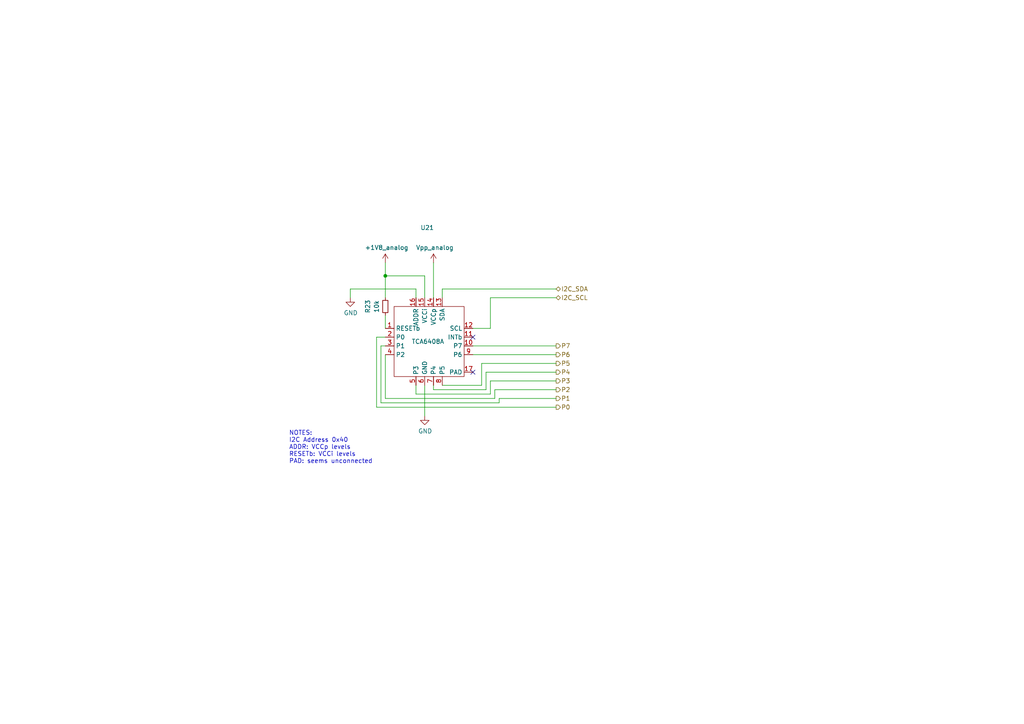
<source format=kicad_sch>
(kicad_sch (version 20230121) (generator eeschema)
  (paper "A4")
  (lib_symbols
    (symbol "Device:R_Small" (pin_numbers hide) (pin_names (offset 0.254) hide)
      (property "Reference" "R" (at 0.762 0.508 0))
      (property "Value" "R_Small" (at 0.762 -1.016 0))
      (symbol "R_Small_0_1"
        (rectangle (start -0.762 1.778) (end 0.762 -1.778) (stroke (width 0.2032)))
      )
      (symbol "R_Small_1_1"
        (pin passive line (at 0 2.54 270) (length 0.762) (name "~") (number "1"))
        (pin passive line (at 0 -2.54 90) (length 0.762) (name "~") (number "2"))
      )
    )
    (symbol "fmc:+1V8_analog" (power) (pin_names (offset 0))
      (property "Value" "+1V8_analog" (at 0 3.556 0))
      (symbol "+1V8_analog_0_1"
        (polyline (pts (xy -0.762 1.27) (xy 0 2.54)))
        (polyline (pts (xy 0 0) (xy 0 2.54)))
        (polyline (pts (xy 0 2.54) (xy 0.762 1.27)))
      )
      (symbol "+1V8_analog_1_1"
        (pin power_in line (at 0 0 90) (length 0) hide (name "+1V8_analog") (number "1"))
      )
    )
    (symbol "fmc:TCA6408A"
      (property "Reference" "U" (at 0 0 0))
      (property "Value" "TCA6408A" (at 0 20.32 0))
      (symbol "TCA6408A_0_1"
        (rectangle (start -10.16 10.16) (end 10.16 -10.16))
      )
      (symbol "TCA6408A_1_1"
        (pin input line (at -12.7 3.81 0) (length 2.54) (name "RESETb") (number "1"))
        (pin bidirectional line (at 12.7 -1.27 180) (length 2.54) (name "P7") (number "10"))
        (pin output line (at 12.7 1.27 180) (length 2.54) (name "INTb") (number "11"))
        (pin bidirectional line (at 12.7 3.81 180) (length 2.54) (name "SCL") (number "12"))
        (pin bidirectional line (at 3.81 12.7 270) (length 2.54) (name "SDA") (number "13"))
        (pin power_in line (at 1.27 12.7 270) (length 2.54) (name "VCCp") (number "14"))
        (pin power_in line (at -1.27 12.7 270) (length 2.54) (name "VCCi") (number "15"))
        (pin input line (at -3.81 12.7 270) (length 2.54) (name "ADDR") (number "16"))
        (pin power_in line (at 12.7 -8.89 180) (length 2.54) (name "PAD") (number "17"))
        (pin bidirectional line (at -12.7 1.27 0) (length 2.54) (name "P0") (number "2"))
        (pin bidirectional line (at -12.7 -1.27 0) (length 2.54) (name "P1") (number "3"))
        (pin bidirectional line (at -12.7 -3.81 0) (length 2.54) (name "P2") (number "4"))
        (pin bidirectional line (at -3.81 -12.7 90) (length 2.54) (name "P3") (number "5"))
        (pin power_in line (at -1.27 -12.7 90) (length 2.54) (name "GND") (number "6"))
        (pin bidirectional line (at 1.27 -12.7 90) (length 2.54) (name "P4") (number "7"))
        (pin bidirectional line (at 3.81 -12.7 90) (length 2.54) (name "P5") (number "8"))
        (pin bidirectional line (at 12.7 -3.81 180) (length 2.54) (name "P6") (number "9"))
      )
    )
    (symbol "fmc:Vpp_analog" (power) (pin_names (offset 0))
      (property "Value" "Vpp_analog" (at 0 3.556 0))
      (symbol "Vpp_analog_0_1"
        (polyline (pts (xy -0.762 1.27) (xy 0 2.54)))
        (polyline (pts (xy 0 0) (xy 0 2.54)))
        (polyline (pts (xy 0 2.54) (xy 0.762 1.27)))
      )
      (symbol "Vpp_analog_1_1"
        (pin power_in line (at 0 0 90) (length 0) hide (name "Vpp_analog") (number "1"))
      )
    )
    (symbol "power:GND" (power) (pin_names (offset 0))
      (property "Value" "GND" (at 0 -3.81 0))
      (symbol "GND_0_1"
        (polyline (pts (xy 0 0) (xy 0 -1.27) (xy 1.27 -1.27) (xy 0 -2.54) (xy -1.27 -1.27) (xy 0 -1.27)))
      )
      (symbol "GND_1_1"
        (pin power_in line (at 0 0 270) (length 0) hide (name "GND") (number "1"))
      )
    )
  )
  (junction (at 111.76 80.01))
  (no_connect (at 137.16 107.95))
  (no_connect (at 137.16 97.79))
  (wire (pts (xy 120.65 86.36) (xy 120.65 83.82)))
  (wire (pts (xy 161.29 118.11) (xy 109.22 118.11)))
  (wire (pts (xy 137.16 95.25) (xy 142.24 95.25)))
  (wire (pts (xy 128.27 83.82) (xy 161.29 83.82)))
  (wire (pts (xy 109.22 118.11) (xy 109.22 97.79)))
  (wire (pts (xy 123.19 111.76) (xy 123.19 120.65)))
  (wire (pts (xy 123.19 80.01) (xy 123.19 86.36)))
  (wire (pts (xy 139.7 105.41) (xy 139.7 111.76)))
  (wire (pts (xy 120.65 111.76) (xy 120.65 114.3)))
  (wire (pts (xy 137.16 100.33) (xy 161.29 100.33)))
  (wire (pts (xy 128.27 86.36) (xy 128.27 83.82)))
  (wire (pts (xy 111.76 80.01) (xy 123.19 80.01)))
  (wire (pts (xy 142.24 86.36) (xy 142.24 95.25)))
  (wire (pts (xy 142.24 114.3) (xy 142.24 110.49)))
  (wire (pts (xy 110.49 100.33) (xy 110.49 116.84)))
  (wire (pts (xy 142.24 110.49) (xy 161.29 110.49)))
  (wire (pts (xy 109.22 97.79) (xy 111.76 97.79)))
  (wire (pts (xy 139.7 111.76) (xy 128.27 111.76)))
  (wire (pts (xy 111.76 80.01) (xy 111.76 86.36)))
  (wire (pts (xy 142.24 86.36) (xy 161.29 86.36)))
  (wire (pts (xy 120.65 83.82) (xy 101.6 83.82)))
  (wire (pts (xy 144.78 115.57) (xy 161.29 115.57)))
  (wire (pts (xy 111.76 76.2) (xy 111.76 80.01)))
  (wire (pts (xy 110.49 116.84) (xy 144.78 116.84)))
  (wire (pts (xy 143.51 113.03) (xy 161.29 113.03)))
  (wire (pts (xy 125.73 111.76) (xy 125.73 113.03)))
  (wire (pts (xy 140.97 113.03) (xy 140.97 107.95)))
  (wire (pts (xy 143.51 115.57) (xy 143.51 113.03)))
  (wire (pts (xy 120.65 114.3) (xy 142.24 114.3)))
  (wire (pts (xy 111.76 115.57) (xy 143.51 115.57)))
  (wire (pts (xy 140.97 107.95) (xy 161.29 107.95)))
  (wire (pts (xy 111.76 102.87) (xy 111.76 115.57)))
  (wire (pts (xy 111.76 100.33) (xy 110.49 100.33)))
  (wire (pts (xy 111.76 91.44) (xy 111.76 95.25)))
  (wire (pts (xy 144.78 116.84) (xy 144.78 115.57)))
  (wire (pts (xy 137.16 102.87) (xy 161.29 102.87)))
  (wire (pts (xy 161.29 105.41) (xy 139.7 105.41)))
  (wire (pts (xy 125.73 113.03) (xy 140.97 113.03)))
  (wire (pts (xy 125.73 76.2) (xy 125.73 86.36)))
  (wire (pts (xy 101.6 83.82) (xy 101.6 86.36)))
  (text "NOTES:\nI2C Address 0x40\nADDR: VCCp levels\nRESETb: VCCi levels\nPAD: seems unconnected" (at 83.82 134.62 0) (effects (font (size 1.27 1.27)) (justify left bottom)))
  (hierarchical_label "I2C_SCL" (shape bidirectional) (at 161.29 86.36 0))
  (hierarchical_label "P4" (shape output) (at 161.29 107.95 0))
  (hierarchical_label "P1" (shape output) (at 161.29 115.57 0))
  (hierarchical_label "I2C_SDA" (shape bidirectional) (at 161.29 83.82 0))
  (hierarchical_label "P7" (shape output) (at 161.29 100.33 0))
  (hierarchical_label "P5" (shape output) (at 161.29 105.41 0))
  (hierarchical_label "P2" (shape output) (at 161.29 113.03 0))
  (hierarchical_label "P0" (shape output) (at 161.29 118.11 0))
  (hierarchical_label "P6" (shape output) (at 161.29 102.87 0))
  (hierarchical_label "P3" (shape output) (at 161.29 110.49 0))
  (symbol (lib_id "power:GND") (at 101.6 86.36 0) (unit 1)
    (property "Reference" "#PWR033" (effects hide))
    (property "Value" "GND" (at 101.727 90.7542 0))
    (instances (project "usbadc" (path "" (reference "#PWR033") (unit 1)) (path "" (reference "#PWR?") (unit 1)) (path "" (reference "#PWR?") (unit 1)) (path "" (reference "#PWR066") (unit 1))))
  )
  (symbol (lib_id "fmc:+1V8_analog") (at 111.76 76.2 0) (unit 1)
    (property "Reference" "#PWR034" (effects hide))
    (property "Value" "+1V8_analog" (at 112.141 71.8058 0))
    (instances (project "usbadc" (path "" (reference "#PWR034") (unit 1)) (path "" (reference "#PWR067") (unit 1))))
  )
  (symbol (lib_id "fmc:TCA6408A") (at 124.46 99.06 0) (unit 1)
    (property "Reference" "U21" (at 121.92 66.04 0) (effects (justify left)))
    (property "Value" "TCA6408A" (at 119.38 99.06 0) (effects (justify left)))
    (property "Footprint" "Package_DFN_QFN:QFN-16-1EP_3x3mm_P0.5mm_EP1.45x1.45mm_ThermalVias" (effects hide))
  )
  (symbol (lib_id "fmc:Vpp_analog") (at 125.73 76.2 0) (unit 1)
    (property "Reference" "#PWR032" (effects hide))
    (property "Value" "Vpp_analog" (at 126.111 71.8058 0))
    (instances (project "usbadc" (path "" (reference "#PWR032") (unit 1)) (path "" (reference "#PWR069") (unit 1))))
  )
  (symbol (lib_id "Device:R_Small") (at 111.76 88.9 180) (unit 1)
    (property "Reference" "R23" (at 106.68 88.9 90))
    (property "Value" "10k" (at 109.22 88.9 90))
    (property "Footprint" "Resistor_SMD:R_0603_1608Metric" (effects hide))
    (property "Part" "RT0603FRE0710KL" (effects hide))
    (property "Manufacturer" "Yageo" (effects hide))
    (instances (project "usbadc" (path "" (reference "R23") (unit 1)) (path "" (reference "R60") (unit 1))))
  )
  (symbol (lib_id "power:GND") (at 123.19 120.65 0) (unit 1)
    (property "Reference" "#PWR033" (effects hide))
    (property "Value" "GND" (at 123.317 125.0442 0))
    (instances (project "usbadc" (path "" (reference "#PWR033") (unit 1)) (path "" (reference "#PWR?") (unit 1)) (path "" (reference "#PWR?") (unit 1)) (path "" (reference "#PWR068") (unit 1))))
  )
)
</source>
